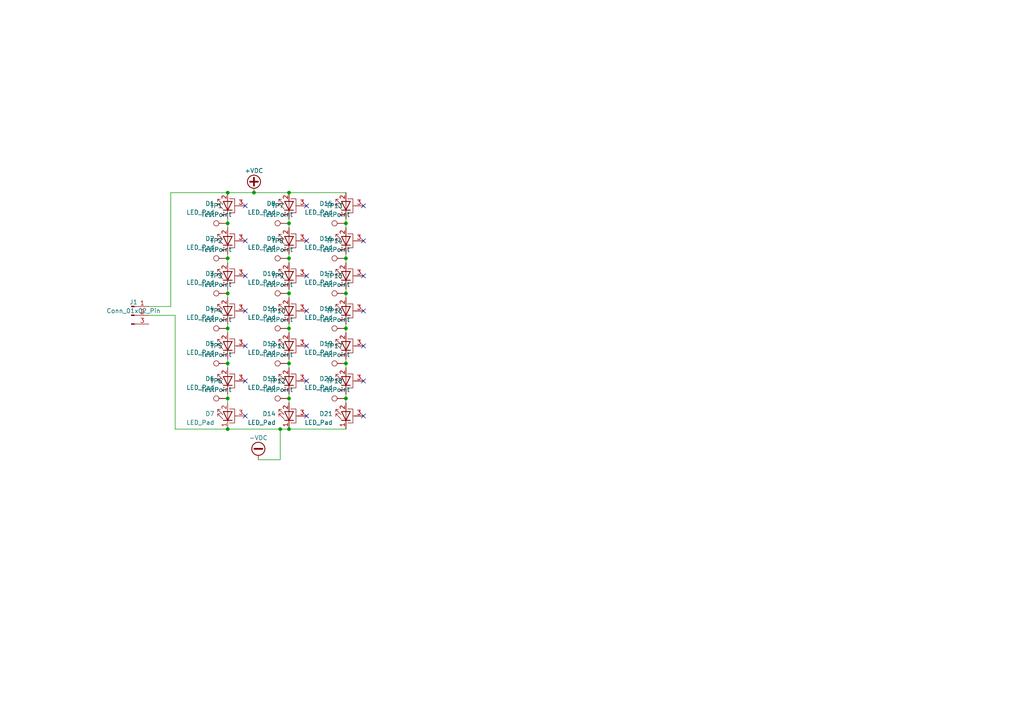
<source format=kicad_sch>
(kicad_sch (version 20230121) (generator eeschema)
  (paper "A4")
  (lib_symbols
    (symbol "Connector:Conn_01x03_Pin" (pin_names (offset 1.016) hide)
      (property "Reference" "J" (at 0 5.08 0))
      (property "Value" "Conn_01x03_Pin" (at 0 -5.08 0))
      (symbol "Conn_01x03_Pin_1_1"
        (polyline (pts (xy 1.27 -2.54) (xy 0.8636 -2.54)) (stroke (width 0.1524)))
        (polyline (pts (xy 1.27 0) (xy 0.8636 0)) (stroke (width 0.1524)))
        (polyline (pts (xy 1.27 2.54) (xy 0.8636 2.54)) (stroke (width 0.1524)))
        (rectangle (start 0.8636 -2.413) (end 0 -2.667) (stroke (width 0.1524)) (fill (type outline)))
        (rectangle (start 0.8636 0.127) (end 0 -0.127) (stroke (width 0.1524)) (fill (type outline)))
        (rectangle (start 0.8636 2.667) (end 0 2.413) (stroke (width 0.1524)) (fill (type outline)))
        (pin passive line (at 5.08 2.54 180) (length 3.81) (name "Pin_1") (number "1"))
        (pin passive line (at 5.08 0 180) (length 3.81) (name "Pin_2") (number "2"))
        (pin passive line (at 5.08 -2.54 180) (length 3.81) (name "Pin_3") (number "3"))
      )
    )
    (symbol "Connector:TestPoint" (pin_numbers hide) (pin_names (offset 0.762) hide)
      (property "Reference" "TP" (at 0 6.858 0))
      (property "Value" "TestPoint" (at 0 5.08 0))
      (symbol "TestPoint_0_1"
        (circle (center 0 3.302) (radius 0.762))
      )
      (symbol "TestPoint_1_1"
        (pin passive line (at 0 0 90) (length 2.54) (name "1") (number "1"))
      )
    )
    (symbol "Device:LED_Pad" (pin_names (offset 1.016) hide)
      (property "Reference" "D" (at 0 5.715 0))
      (property "Value" "LED_Pad" (at 0 3.81 0))
      (symbol "LED_Pad_0_1"
        (polyline (pts (xy -1.27 -1.27) (xy -1.27 1.27)) (stroke (width 0.254)))
        (polyline (pts (xy -1.27 0) (xy 1.27 0)))
        (polyline (pts (xy 0 -2.54) (xy 0 -2.032)))
        (polyline (pts (xy -2.032 -0.508) (xy -2.032 -2.032) (xy 2.032 -2.032) (xy 2.032 -0.508)))
        (polyline (pts (xy 1.27 -1.27) (xy 1.27 1.27) (xy -1.27 0) (xy 1.27 -1.27)) (stroke (width 0.254)))
        (polyline (pts (xy -0.889 1.397) (xy 0.635 2.921) (xy -0.127 2.921) (xy 0.635 2.921) (xy 0.635 2.159)))
        (polyline (pts (xy 0.381 1.397) (xy 1.905 2.921) (xy 1.143 2.921) (xy 1.905 2.921) (xy 1.905 2.159)))
      )
      (symbol "LED_Pad_1_1"
        (pin passive line (at -3.81 0 0) (length 2.54) (name "K") (number "1"))
        (pin passive line (at 3.81 0 180) (length 2.54) (name "A") (number "2"))
        (pin passive line (at 0 -5.08 90) (length 2.54) (name "PAD") (number "3"))
      )
    )
    (symbol "power:+VDC" (power) (pin_names (offset 0))
      (property "Value" "+VDC" (at 0 6.35 0))
      (symbol "+VDC_0_1"
        (polyline (pts (xy -1.143 3.175) (xy 1.143 3.175)) (stroke (width 0.508)))
        (polyline (pts (xy 0 0) (xy 0 1.27)))
        (polyline (pts (xy 0 2.032) (xy 0 4.318)) (stroke (width 0.508)))
        (circle (center 0 3.175) (radius 1.905) (stroke (width 0.254)))
      )
      (symbol "+VDC_1_1"
        (pin power_in line (at 0 0 90) (length 0) hide (name "+VDC") (number "1"))
      )
    )
    (symbol "power:-VDC" (power) (pin_names (offset 0))
      (property "Value" "-VDC" (at 0 6.35 0))
      (symbol "-VDC_0_1"
        (polyline (pts (xy -1.143 3.175) (xy 1.143 3.175)) (stroke (width 0.508)))
        (polyline (pts (xy 0 0) (xy 0 1.27)))
        (circle (center 0 3.175) (radius 1.905) (stroke (width 0.254)))
      )
      (symbol "-VDC_1_1"
        (pin power_in line (at 0 0 90) (length 0) hide (name "-VDC") (number "1"))
      )
    )
  )
  (junction (at 83.82 105.41))
  (junction (at 100.33 115.57))
  (junction (at 83.82 124.46))
  (junction (at 83.82 95.25))
  (junction (at 66.04 124.46))
  (junction (at 66.04 85.09))
  (junction (at 66.04 105.41))
  (junction (at 83.82 85.09))
  (junction (at 83.82 74.93))
  (junction (at 83.82 115.57))
  (junction (at 100.33 74.93))
  (junction (at 83.82 64.77))
  (junction (at 81.28 124.46))
  (junction (at 66.04 115.57))
  (junction (at 100.33 85.09))
  (junction (at 100.33 64.77))
  (junction (at 66.04 95.25))
  (junction (at 66.04 74.93))
  (junction (at 100.33 105.41))
  (junction (at 100.33 95.25))
  (junction (at 66.04 55.88))
  (junction (at 83.82 55.88))
  (junction (at 73.66 55.88))
  (junction (at 66.04 64.77))
  (no_connect (at 105.41 59.69))
  (no_connect (at 71.12 110.49))
  (no_connect (at 88.9 90.17))
  (no_connect (at 71.12 59.69))
  (no_connect (at 71.12 90.17))
  (no_connect (at 105.41 110.49))
  (no_connect (at 88.9 120.65))
  (no_connect (at 88.9 100.33))
  (no_connect (at 71.12 100.33))
  (no_connect (at 88.9 110.49))
  (no_connect (at 105.41 80.01))
  (no_connect (at 105.41 69.85))
  (no_connect (at 105.41 100.33))
  (no_connect (at 105.41 90.17))
  (no_connect (at 88.9 69.85))
  (no_connect (at 71.12 80.01))
  (no_connect (at 105.41 120.65))
  (no_connect (at 71.12 120.65))
  (no_connect (at 88.9 59.69))
  (no_connect (at 88.9 80.01))
  (no_connect (at 71.12 69.85))
  (wire (pts (xy 83.82 74.93) (xy 83.82 73.66)))
  (wire (pts (xy 100.33 85.09) (xy 100.33 83.82)))
  (wire (pts (xy 100.33 74.93) (xy 100.33 73.66)))
  (wire (pts (xy 83.82 86.36) (xy 83.82 85.09)))
  (wire (pts (xy 83.82 124.46) (xy 100.33 124.46)))
  (wire (pts (xy 66.04 64.77) (xy 66.04 63.5)))
  (wire (pts (xy 83.82 85.09) (xy 83.82 83.82)))
  (wire (pts (xy 66.04 76.2) (xy 66.04 74.93)))
  (wire (pts (xy 100.33 76.2) (xy 100.33 74.93)))
  (wire (pts (xy 83.82 106.68) (xy 83.82 105.41)))
  (wire (pts (xy 100.33 106.68) (xy 100.33 105.41)))
  (wire (pts (xy 43.18 88.9) (xy 49.53 88.9)))
  (wire (pts (xy 83.82 76.2) (xy 83.82 74.93)))
  (wire (pts (xy 43.18 91.44) (xy 50.8 91.44)))
  (wire (pts (xy 100.33 116.84) (xy 100.33 115.57)))
  (wire (pts (xy 66.04 95.25) (xy 66.04 93.98)))
  (wire (pts (xy 66.04 86.36) (xy 66.04 85.09)))
  (wire (pts (xy 49.53 55.88) (xy 66.04 55.88)))
  (wire (pts (xy 66.04 85.09) (xy 66.04 83.82)))
  (wire (pts (xy 66.04 116.84) (xy 66.04 115.57)))
  (wire (pts (xy 100.33 115.57) (xy 100.33 114.3)))
  (wire (pts (xy 83.82 96.52) (xy 83.82 95.25)))
  (wire (pts (xy 83.82 66.04) (xy 83.82 64.77)))
  (wire (pts (xy 66.04 66.04) (xy 66.04 64.77)))
  (wire (pts (xy 66.04 124.46) (xy 81.28 124.46)))
  (wire (pts (xy 100.33 66.04) (xy 100.33 64.77)))
  (wire (pts (xy 100.33 105.41) (xy 100.33 104.14)))
  (wire (pts (xy 66.04 74.93) (xy 66.04 73.66)))
  (wire (pts (xy 83.82 105.41) (xy 83.82 104.14)))
  (wire (pts (xy 66.04 115.57) (xy 66.04 114.3)))
  (wire (pts (xy 83.82 116.84) (xy 83.82 115.57)))
  (wire (pts (xy 81.28 133.35) (xy 81.28 124.46)))
  (wire (pts (xy 74.93 133.35) (xy 81.28 133.35)))
  (wire (pts (xy 66.04 55.88) (xy 73.66 55.88)))
  (wire (pts (xy 81.28 124.46) (xy 83.82 124.46)))
  (wire (pts (xy 66.04 106.68) (xy 66.04 105.41)))
  (wire (pts (xy 83.82 64.77) (xy 83.82 63.5)))
  (wire (pts (xy 50.8 91.44) (xy 50.8 124.46)))
  (wire (pts (xy 83.82 115.57) (xy 83.82 114.3)))
  (wire (pts (xy 83.82 95.25) (xy 83.82 93.98)))
  (wire (pts (xy 66.04 96.52) (xy 66.04 95.25)))
  (wire (pts (xy 100.33 86.36) (xy 100.33 85.09)))
  (wire (pts (xy 49.53 88.9) (xy 49.53 55.88)))
  (wire (pts (xy 73.66 55.88) (xy 83.82 55.88)))
  (wire (pts (xy 50.8 124.46) (xy 66.04 124.46)))
  (wire (pts (xy 83.82 55.88) (xy 100.33 55.88)))
  (wire (pts (xy 100.33 64.77) (xy 100.33 63.5)))
  (wire (pts (xy 100.33 96.52) (xy 100.33 95.25)))
  (wire (pts (xy 100.33 95.25) (xy 100.33 93.98)))
  (wire (pts (xy 66.04 105.41) (xy 66.04 104.14)))
  (symbol (lib_id "Device:LED_Pad") (at 83.82 100.33 90) (unit 1)
    (property "Reference" "D12" (at 80.01 99.695 90) (effects (justify left)))
    (property "Value" "LED_Pad" (at 80.01 102.235 90) (effects (justify left)))
    (property "Footprint" "victor_strawlab:OSRAM_SFH_4715AS" (effects hide))
  )
  (symbol (lib_id "Device:LED_Pad") (at 66.04 69.85 90) (unit 1)
    (property "Reference" "D2" (at 62.23 69.215 90) (effects (justify left)))
    (property "Value" "LED_Pad" (at 62.23 71.755 90) (effects (justify left)))
    (property "Footprint" "victor_strawlab:OSRAM_SFH_4715AS" (effects hide))
  )
  (symbol (lib_id "power:-VDC") (at 74.93 133.35 0) (unit 1)
    (property "Reference" "#PWR01" (effects hide))
    (property "Value" "-VDC" (at 74.93 127 0))
  )
  (symbol (lib_id "Connector:TestPoint") (at 66.04 74.93 90) (unit 1)
    (property "Reference" "TP2" (at 62.738 69.85 90))
    (property "Value" "TestPoint" (at 62.738 72.39 90))
    (property "Footprint" "victor_strawlab:TestPoint_Pad_D1.0mm_paste" (effects hide))
  )
  (symbol (lib_id "Connector:TestPoint") (at 66.04 85.09 90) (unit 1)
    (property "Reference" "TP3" (at 62.738 80.01 90))
    (property "Value" "TestPoint" (at 62.738 82.55 90))
    (property "Footprint" "victor_strawlab:TestPoint_Pad_D1.0mm_paste" (effects hide))
  )
  (symbol (lib_id "Connector:TestPoint") (at 100.33 64.77 90) (unit 1)
    (property "Reference" "TP13" (at 97.028 59.69 90))
    (property "Value" "TestPoint" (at 97.028 62.23 90))
    (property "Footprint" "victor_strawlab:TestPoint_Pad_D1.0mm_paste" (effects hide))
  )
  (symbol (lib_id "Connector:TestPoint") (at 100.33 85.09 90) (unit 1)
    (property "Reference" "TP15" (at 97.028 80.01 90))
    (property "Value" "TestPoint" (at 97.028 82.55 90))
    (property "Footprint" "victor_strawlab:TestPoint_Pad_D1.0mm_paste" (effects hide))
  )
  (symbol (lib_id "Device:LED_Pad") (at 66.04 80.01 90) (unit 1)
    (property "Reference" "D3" (at 62.23 79.375 90) (effects (justify left)))
    (property "Value" "LED_Pad" (at 62.23 81.915 90) (effects (justify left)))
    (property "Footprint" "victor_strawlab:OSRAM_SFH_4715AS" (effects hide))
  )
  (symbol (lib_id "Connector:TestPoint") (at 100.33 105.41 90) (unit 1)
    (property "Reference" "TP17" (at 97.028 100.33 90))
    (property "Value" "TestPoint" (at 97.028 102.87 90))
    (property "Footprint" "victor_strawlab:TestPoint_Pad_D1.0mm_paste" (effects hide))
  )
  (symbol (lib_id "Device:LED_Pad") (at 83.82 69.85 90) (unit 1)
    (property "Reference" "D9" (at 80.01 69.215 90) (effects (justify left)))
    (property "Value" "LED_Pad" (at 80.01 71.755 90) (effects (justify left)))
    (property "Footprint" "victor_strawlab:OSRAM_SFH_4715AS" (effects hide))
  )
  (symbol (lib_id "Connector:TestPoint") (at 83.82 85.09 90) (unit 1)
    (property "Reference" "TP9" (at 80.518 80.01 90))
    (property "Value" "TestPoint" (at 80.518 82.55 90))
    (property "Footprint" "victor_strawlab:TestPoint_Pad_D1.0mm_paste" (effects hide))
  )
  (symbol (lib_id "Connector:TestPoint") (at 100.33 115.57 90) (unit 1)
    (property "Reference" "TP18" (at 97.028 110.49 90))
    (property "Value" "TestPoint" (at 97.028 113.03 90))
    (property "Footprint" "victor_strawlab:TestPoint_Pad_D1.0mm_paste" (effects hide))
  )
  (symbol (lib_id "Connector:TestPoint") (at 66.04 64.77 90) (unit 1)
    (property "Reference" "TP1" (at 62.738 59.69 90))
    (property "Value" "TestPoint" (at 62.738 62.23 90))
    (property "Footprint" "victor_strawlab:TestPoint_Pad_D1.0mm_paste" (effects hide))
  )
  (symbol (lib_id "Device:LED_Pad") (at 100.33 110.49 90) (unit 1)
    (property "Reference" "D20" (at 96.52 109.855 90) (effects (justify left)))
    (property "Value" "LED_Pad" (at 96.52 112.395 90) (effects (justify left)))
    (property "Footprint" "victor_strawlab:OSRAM_SFH_4715AS" (effects hide))
  )
  (symbol (lib_id "Connector:TestPoint") (at 66.04 95.25 90) (unit 1)
    (property "Reference" "TP4" (at 62.738 90.17 90))
    (property "Value" "TestPoint" (at 62.738 92.71 90))
    (property "Footprint" "victor_strawlab:TestPoint_Pad_D1.0mm_paste" (effects hide))
  )
  (symbol (lib_id "Device:LED_Pad") (at 100.33 120.65 90) (unit 1)
    (property "Reference" "D21" (at 96.52 120.015 90) (effects (justify left)))
    (property "Value" "LED_Pad" (at 96.52 122.555 90) (effects (justify left)))
    (property "Footprint" "victor_strawlab:OSRAM_SFH_4715AS" (effects hide))
  )
  (symbol (lib_id "Device:LED_Pad") (at 66.04 90.17 90) (unit 1)
    (property "Reference" "D4" (at 62.23 89.535 90) (effects (justify left)))
    (property "Value" "LED_Pad" (at 62.23 92.075 90) (effects (justify left)))
    (property "Footprint" "victor_strawlab:OSRAM_SFH_4715AS" (effects hide))
  )
  (symbol (lib_id "Device:LED_Pad") (at 83.82 120.65 90) (unit 1)
    (property "Reference" "D14" (at 80.01 120.015 90) (effects (justify left)))
    (property "Value" "LED_Pad" (at 80.01 122.555 90) (effects (justify left)))
    (property "Footprint" "victor_strawlab:OSRAM_SFH_4715AS" (effects hide))
  )
  (symbol (lib_id "Connector:TestPoint") (at 66.04 105.41 90) (unit 1)
    (property "Reference" "TP5" (at 62.738 100.33 90))
    (property "Value" "TestPoint" (at 62.738 102.87 90))
    (property "Footprint" "victor_strawlab:TestPoint_Pad_D1.0mm_paste" (effects hide))
  )
  (symbol (lib_id "Device:LED_Pad") (at 66.04 59.69 90) (unit 1)
    (property "Reference" "D1" (at 62.23 59.055 90) (effects (justify left)))
    (property "Value" "LED_Pad" (at 62.23 61.595 90) (effects (justify left)))
    (property "Footprint" "victor_strawlab:OSRAM_SFH_4715AS" (effects hide))
  )
  (symbol (lib_id "Device:LED_Pad") (at 100.33 80.01 90) (unit 1)
    (property "Reference" "D17" (at 96.52 79.375 90) (effects (justify left)))
    (property "Value" "LED_Pad" (at 96.52 81.915 90) (effects (justify left)))
    (property "Footprint" "victor_strawlab:OSRAM_SFH_4715AS" (effects hide))
  )
  (symbol (lib_id "Device:LED_Pad") (at 100.33 69.85 90) (unit 1)
    (property "Reference" "D16" (at 96.52 69.215 90) (effects (justify left)))
    (property "Value" "LED_Pad" (at 96.52 71.755 90) (effects (justify left)))
    (property "Footprint" "victor_strawlab:OSRAM_SFH_4715AS" (effects hide))
  )
  (symbol (lib_id "Device:LED_Pad") (at 66.04 120.65 90) (unit 1)
    (property "Reference" "D7" (at 62.23 120.015 90) (effects (justify left)))
    (property "Value" "LED_Pad" (at 62.23 122.555 90) (effects (justify left)))
    (property "Footprint" "victor_strawlab:OSRAM_SFH_4715AS" (effects hide))
  )
  (symbol (lib_id "Device:LED_Pad") (at 100.33 90.17 90) (unit 1)
    (property "Reference" "D18" (at 96.52 89.535 90) (effects (justify left)))
    (property "Value" "LED_Pad" (at 96.52 92.075 90) (effects (justify left)))
    (property "Footprint" "victor_strawlab:OSRAM_SFH_4715AS" (effects hide))
  )
  (symbol (lib_id "Device:LED_Pad") (at 83.82 59.69 90) (unit 1)
    (property "Reference" "D8" (at 80.01 59.055 90) (effects (justify left)))
    (property "Value" "LED_Pad" (at 80.01 61.595 90) (effects (justify left)))
    (property "Footprint" "victor_strawlab:OSRAM_SFH_4715AS" (effects hide))
  )
  (symbol (lib_id "Connector:TestPoint") (at 83.82 115.57 90) (unit 1)
    (property "Reference" "TP12" (at 80.518 110.49 90))
    (property "Value" "TestPoint" (at 80.518 113.03 90))
    (property "Footprint" "victor_strawlab:TestPoint_Pad_D1.0mm_paste" (effects hide))
  )
  (symbol (lib_id "Device:LED_Pad") (at 83.82 80.01 90) (unit 1)
    (property "Reference" "D10" (at 80.01 79.375 90) (effects (justify left)))
    (property "Value" "LED_Pad" (at 80.01 81.915 90) (effects (justify left)))
    (property "Footprint" "victor_strawlab:OSRAM_SFH_4715AS" (effects hide))
  )
  (symbol (lib_id "Device:LED_Pad") (at 66.04 110.49 90) (unit 1)
    (property "Reference" "D6" (at 62.23 109.855 90) (effects (justify left)))
    (property "Value" "LED_Pad" (at 62.23 112.395 90) (effects (justify left)))
    (property "Footprint" "victor_strawlab:OSRAM_SFH_4715AS" (effects hide))
  )
  (symbol (lib_id "Connector:TestPoint") (at 83.82 64.77 90) (unit 1)
    (property "Reference" "TP7" (at 80.518 59.69 90))
    (property "Value" "TestPoint" (at 80.518 62.23 90))
    (property "Footprint" "victor_strawlab:TestPoint_Pad_D1.0mm_paste" (effects hide))
  )
  (symbol (lib_id "Connector:TestPoint") (at 83.82 95.25 90) (unit 1)
    (property "Reference" "TP10" (at 80.518 90.17 90))
    (property "Value" "TestPoint" (at 80.518 92.71 90))
    (property "Footprint" "victor_strawlab:TestPoint_Pad_D1.0mm_paste" (effects hide))
  )
  (symbol (lib_id "Device:LED_Pad") (at 83.82 90.17 90) (unit 1)
    (property "Reference" "D11" (at 80.01 89.535 90) (effects (justify left)))
    (property "Value" "LED_Pad" (at 80.01 92.075 90) (effects (justify left)))
    (property "Footprint" "victor_strawlab:OSRAM_SFH_4715AS" (effects hide))
  )
  (symbol (lib_id "Connector:TestPoint") (at 83.82 105.41 90) (unit 1)
    (property "Reference" "TP11" (at 80.518 100.33 90))
    (property "Value" "TestPoint" (at 80.518 102.87 90))
    (property "Footprint" "victor_strawlab:TestPoint_Pad_D1.0mm_paste" (effects hide))
  )
  (symbol (lib_id "Device:LED_Pad") (at 66.04 100.33 90) (unit 1)
    (property "Reference" "D5" (at 62.23 99.695 90) (effects (justify left)))
    (property "Value" "LED_Pad" (at 62.23 102.235 90) (effects (justify left)))
    (property "Footprint" "victor_strawlab:OSRAM_SFH_4715AS" (effects hide))
  )
  (symbol (lib_id "power:+VDC") (at 73.66 55.88 0) (unit 1)
    (property "Reference" "#PWR02" (effects hide))
    (property "Value" "+VDC" (at 73.66 49.53 0))
  )
  (symbol (lib_id "Device:LED_Pad") (at 100.33 59.69 90) (unit 1)
    (property "Reference" "D15" (at 96.52 59.055 90) (effects (justify left)))
    (property "Value" "LED_Pad" (at 96.52 61.595 90) (effects (justify left)))
    (property "Footprint" "victor_strawlab:OSRAM_SFH_4715AS" (effects hide))
  )
  (symbol (lib_id "Connector:TestPoint") (at 100.33 74.93 90) (unit 1)
    (property "Reference" "TP14" (at 97.028 69.85 90))
    (property "Value" "TestPoint" (at 97.028 72.39 90))
    (property "Footprint" "victor_strawlab:TestPoint_Pad_D1.0mm_paste" (effects hide))
  )
  (symbol (lib_id "Connector:TestPoint") (at 66.04 115.57 90) (unit 1)
    (property "Reference" "TP6" (at 62.738 110.49 90))
    (property "Value" "TestPoint" (at 62.738 113.03 90))
    (property "Footprint" "victor_strawlab:TestPoint_Pad_D1.0mm_paste" (effects hide))
  )
  (symbol (lib_id "Device:LED_Pad") (at 100.33 100.33 90) (unit 1)
    (property "Reference" "D19" (at 96.52 99.695 90) (effects (justify left)))
    (property "Value" "LED_Pad" (at 96.52 102.235 90) (effects (justify left)))
    (property "Footprint" "victor_strawlab:OSRAM_SFH_4715AS" (effects hide))
  )
  (symbol (lib_id "Connector:TestPoint") (at 83.82 74.93 90) (unit 1)
    (property "Reference" "TP8" (at 80.518 69.85 90))
    (property "Value" "TestPoint" (at 80.518 72.39 90))
    (property "Footprint" "victor_strawlab:TestPoint_Pad_D1.0mm_paste" (effects hide))
  )
  (symbol (lib_id "Connector:Conn_01x03_Pin") (at 38.1 91.44 0) (unit 1)
    (property "Reference" "J1" (at 38.735 87.63 0))
    (property "Value" "Conn_01x02_Pin" (at 38.735 90.17 0))
    (property "Footprint" "victor_strawlab:strawlab_led_conn_M_smd" (effects hide))
  )
  (symbol (lib_id "Device:LED_Pad") (at 83.82 110.49 90) (unit 1)
    (property "Reference" "D13" (at 80.01 109.855 90) (effects (justify left)))
    (property "Value" "LED_Pad" (at 80.01 112.395 90) (effects (justify left)))
    (property "Footprint" "victor_strawlab:OSRAM_SFH_4715AS" (effects hide))
  )
  (symbol (lib_id "Connector:TestPoint") (at 100.33 95.25 90) (unit 1)
    (property "Reference" "TP16" (at 97.028 90.17 90))
    (property "Value" "TestPoint" (at 97.028 92.71 90))
    (property "Footprint" "victor_strawlab:TestPoint_Pad_D1.0mm_paste" (effects hide))
  )
)
</source>
